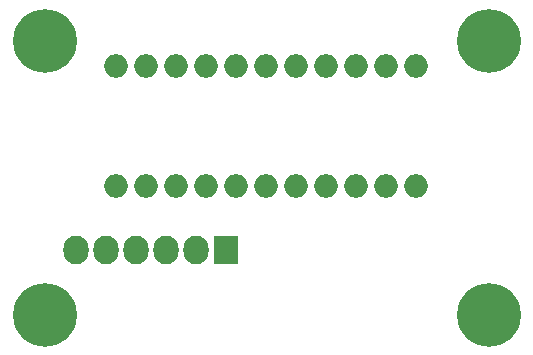
<source format=gbr>
G04 #@! TF.FileFunction,Soldermask,Bot*
%FSLAX46Y46*%
G04 Gerber Fmt 4.6, Leading zero omitted, Abs format (unit mm)*
G04 Created by KiCad (PCBNEW 4.0.5+dfsg1-4) date Wed Oct 11 14:54:32 2017*
%MOMM*%
%LPD*%
G01*
G04 APERTURE LIST*
%ADD10C,0.100000*%
%ADD11O,2.000000X2.000000*%
%ADD12R,2.127200X2.432000*%
%ADD13O,2.127200X2.432000*%
%ADD14C,5.400000*%
G04 APERTURE END LIST*
D10*
D11*
X142240000Y-88646000D03*
X139700000Y-88646000D03*
X137160000Y-88646000D03*
X134620000Y-88646000D03*
X132080000Y-88646000D03*
X129540000Y-88646000D03*
X127000000Y-88646000D03*
X124460000Y-88646000D03*
X121920000Y-88646000D03*
X119380000Y-88646000D03*
X116840000Y-88646000D03*
X116840000Y-78486000D03*
X119380000Y-78486000D03*
X121920000Y-78486000D03*
X124460000Y-78486000D03*
X127000000Y-78486000D03*
X129540000Y-78486000D03*
X132080000Y-78486000D03*
X134620000Y-78486000D03*
X137160000Y-78486000D03*
X139700000Y-78486000D03*
X142240000Y-78486000D03*
D12*
X126164880Y-93997760D03*
D13*
X123624880Y-93997760D03*
X121084880Y-93997760D03*
X118544880Y-93997760D03*
X116004880Y-93997760D03*
X113464880Y-93997760D03*
D14*
X110764880Y-76297760D03*
X148364880Y-76297760D03*
X110764880Y-99497760D03*
X148364880Y-99497760D03*
M02*

</source>
